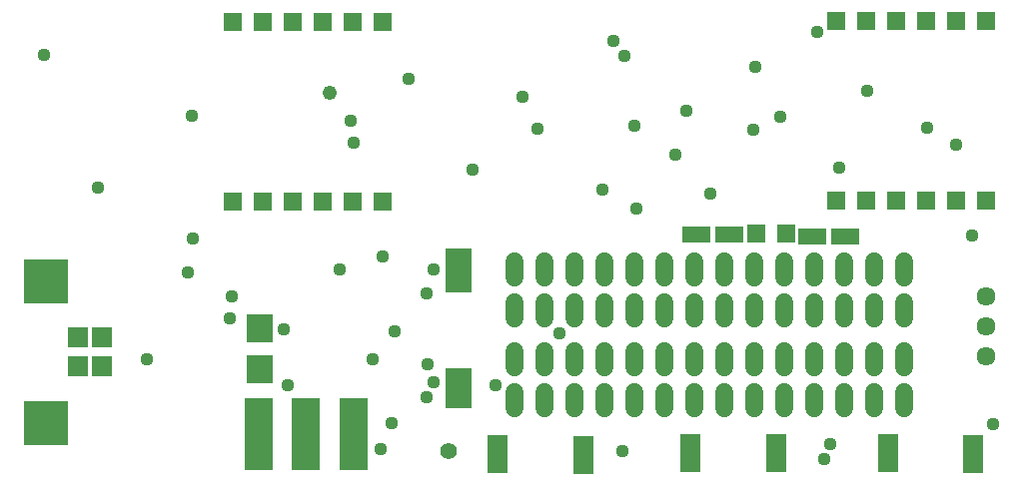
<source format=gbr>
G04 EAGLE Gerber RS-274X export*
G75*
%MOMM*%
%FSLAX34Y34*%
%LPD*%
%INSoldermask Top*%
%IPPOS*%
%AMOC8*
5,1,8,0,0,1.08239X$1,22.5*%
G01*
%ADD10R,1.511200X1.511200*%
%ADD11C,1.524000*%
%ADD12C,1.611200*%
%ADD13R,2.203200X2.403200*%
%ADD14R,3.719200X3.719200*%
%ADD15R,1.711200X1.711200*%
%ADD16R,2.403200X6.203200*%
%ADD17R,2.203200X3.503200*%
%ADD18R,2.203200X3.703200*%
%ADD19R,1.703200X3.203200*%
%ADD20R,2.362200X1.473200*%
%ADD21C,1.117600*%
%ADD22C,1.422400*%
%ADD23C,1.219200*%


D10*
X331629Y629245D03*
X357029Y629245D03*
X382429Y629245D03*
X407829Y629245D03*
X433229Y629245D03*
X458629Y629245D03*
X458629Y781645D03*
X433229Y781645D03*
X407829Y781645D03*
X382429Y781645D03*
X357029Y781645D03*
X331629Y781645D03*
X842907Y629991D03*
X868307Y629991D03*
X893707Y629991D03*
X919107Y629991D03*
X944507Y629991D03*
X969907Y629991D03*
X969907Y782391D03*
X944507Y782391D03*
X919107Y782391D03*
X893707Y782391D03*
X868307Y782391D03*
X842907Y782391D03*
D11*
X570400Y467004D02*
X570400Y453796D01*
X595800Y453796D02*
X595800Y467004D01*
X621200Y467004D02*
X621200Y453796D01*
X646600Y453796D02*
X646600Y467004D01*
X672000Y467004D02*
X672000Y453796D01*
X697400Y453796D02*
X697400Y467004D01*
X722800Y467004D02*
X722800Y453796D01*
X748200Y453796D02*
X748200Y467004D01*
X773600Y467004D02*
X773600Y453796D01*
X799000Y453796D02*
X799000Y467004D01*
X824400Y467004D02*
X824400Y453796D01*
X849800Y453796D02*
X849800Y467004D01*
X875200Y467004D02*
X875200Y453796D01*
X900600Y453796D02*
X900600Y467004D01*
X900600Y529996D02*
X900600Y543204D01*
X875200Y543204D02*
X875200Y529996D01*
X849800Y529996D02*
X849800Y543204D01*
X824400Y543204D02*
X824400Y529996D01*
X799000Y529996D02*
X799000Y543204D01*
X773600Y543204D02*
X773600Y529996D01*
X748200Y529996D02*
X748200Y543204D01*
X722800Y543204D02*
X722800Y529996D01*
X697400Y529996D02*
X697400Y543204D01*
X672000Y543204D02*
X672000Y529996D01*
X646600Y529996D02*
X646600Y543204D01*
X621200Y543204D02*
X621200Y529996D01*
X595800Y529996D02*
X595800Y543204D01*
X570400Y543204D02*
X570400Y529996D01*
X570400Y564996D02*
X570400Y578204D01*
X595800Y578204D02*
X595800Y564996D01*
X621200Y564996D02*
X621200Y578204D01*
X646600Y578204D02*
X646600Y564996D01*
X672000Y564996D02*
X672000Y578204D01*
X697400Y578204D02*
X697400Y564996D01*
X722800Y564996D02*
X722800Y578204D01*
X748200Y578204D02*
X748200Y564996D01*
X773600Y564996D02*
X773600Y578204D01*
X799000Y578204D02*
X799000Y564996D01*
X824400Y564996D02*
X824400Y578204D01*
X849800Y578204D02*
X849800Y564996D01*
X875200Y564996D02*
X875200Y578204D01*
X900600Y578204D02*
X900600Y564996D01*
X900600Y502004D02*
X900600Y488796D01*
X875200Y488796D02*
X875200Y502004D01*
X849800Y502004D02*
X849800Y488796D01*
X824400Y488796D02*
X824400Y502004D01*
X799000Y502004D02*
X799000Y488796D01*
X773600Y488796D02*
X773600Y502004D01*
X748200Y502004D02*
X748200Y488796D01*
X722800Y488796D02*
X722800Y502004D01*
X697400Y502004D02*
X697400Y488796D01*
X672000Y488796D02*
X672000Y502004D01*
X646600Y502004D02*
X646600Y488796D01*
X621200Y488796D02*
X621200Y502004D01*
X595800Y502004D02*
X595800Y488796D01*
X570400Y488796D02*
X570400Y502004D01*
D12*
X969900Y548900D03*
X969900Y523500D03*
X969900Y498100D03*
D13*
X354500Y487000D03*
X354500Y521500D03*
D14*
X173500Y561600D03*
X173500Y441200D03*
D15*
X200600Y513900D03*
X200600Y488900D03*
X220750Y513700D03*
X220800Y488850D03*
D16*
X353800Y432000D03*
X393200Y432000D03*
X433800Y432000D03*
D17*
X522500Y470500D03*
D18*
X522500Y570500D03*
D19*
X555700Y414800D03*
X628300Y414300D03*
X719700Y415800D03*
X792300Y415300D03*
X959300Y414700D03*
X886700Y415200D03*
D10*
X774800Y601500D03*
X800200Y601500D03*
D20*
X752290Y600850D03*
X724710Y600850D03*
X822910Y599350D03*
X850490Y599350D03*
D21*
X171150Y753425D03*
X422013Y571350D03*
X501650Y571500D03*
X293138Y569025D03*
D22*
X514550Y416850D03*
D21*
X975600Y440550D03*
X331000Y548250D03*
X296650Y701650D03*
X217100Y640650D03*
X258500Y495450D03*
X297888Y598025D03*
X329088Y529938D03*
X501350Y476038D03*
X374650Y520700D03*
X456600Y418600D03*
X449950Y495500D03*
X458225Y582775D03*
X495600Y463163D03*
X377825Y473075D03*
X554000Y472775D03*
X496600Y490538D03*
X495863Y551375D03*
X826813Y773113D03*
X774700Y742950D03*
X480500Y733425D03*
X919988Y691425D03*
X576663Y717950D03*
D23*
X413500Y721600D03*
D21*
X535000Y656200D03*
X707000Y669050D03*
X736200Y635850D03*
X663575Y752475D03*
X795113Y700813D03*
X433575Y679225D03*
X944850Y677050D03*
X869100Y722800D03*
X673488Y622963D03*
X645100Y638950D03*
X671663Y693300D03*
X772825Y689950D03*
X958400Y600275D03*
X845800Y657700D03*
X716300Y706200D03*
X431825Y697213D03*
X590138Y691000D03*
X832700Y410475D03*
X661988Y417513D03*
X837575Y423125D03*
X608363Y516988D03*
X468313Y519113D03*
X466350Y440988D03*
X654025Y765175D03*
M02*

</source>
